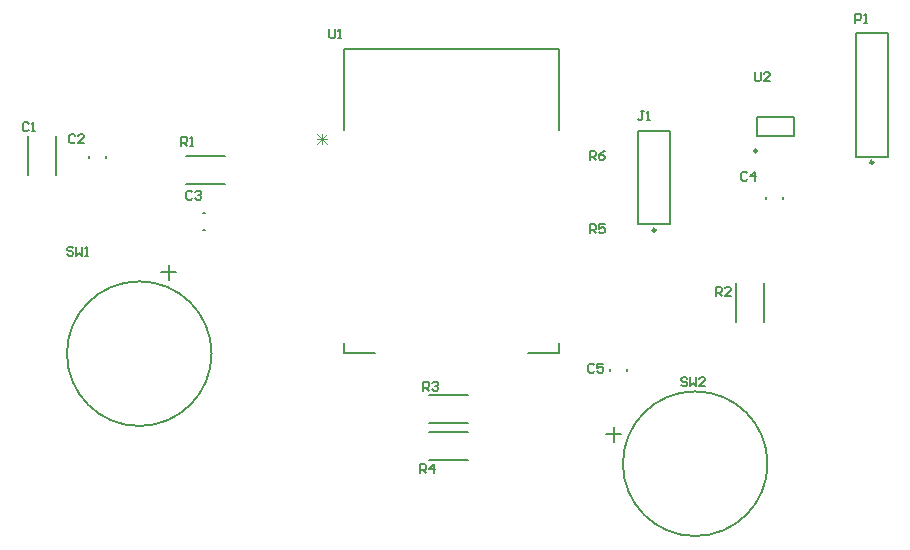
<source format=gto>
G04*
G04 #@! TF.GenerationSoftware,Altium Limited,Altium Designer,24.9.1 (31)*
G04*
G04 Layer_Color=65535*
%FSLAX44Y44*%
%MOMM*%
G71*
G04*
G04 #@! TF.SameCoordinates,0B797857-0A8E-427F-998E-046D245C4392*
G04*
G04*
G04 #@! TF.FilePolarity,Positive*
G04*
G01*
G75*
%ADD10C,0.2500*%
%ADD11C,0.1524*%
%ADD12C,0.2000*%
%ADD13C,0.0762*%
%ADD14C,0.1778*%
D10*
X736580Y325470D02*
G03*
X736580Y325470I-1250J0D01*
G01*
X552430Y267920D02*
G03*
X552430Y267920I-1250J0D01*
G01*
X638300Y335100D02*
G03*
X638300Y335100I-1250J0D01*
G01*
D11*
X647084Y70250D02*
G03*
X647084Y70250I-61214J0D01*
G01*
X176384Y163430D02*
G03*
X176384Y163430I-61214J0D01*
G01*
X510686Y95250D02*
X523386D01*
X517036Y88900D02*
Y101600D01*
X288147Y421348D02*
X470773D01*
X288147Y352942D02*
Y421348D01*
Y163792D02*
X314538D01*
X470773D02*
Y172298D01*
X288147Y163792D02*
Y172298D01*
X444382Y163792D02*
X470773D01*
Y352942D02*
Y421348D01*
X140170Y225914D02*
Y238614D01*
X133820Y232264D02*
X146520D01*
D12*
X645530Y294250D02*
Y295750D01*
X660030Y294250D02*
Y295750D01*
X721880Y434570D02*
X748780D01*
X721880Y329970D02*
Y434570D01*
Y329970D02*
X748780D01*
Y434570D01*
X537480Y272820D02*
Y352020D01*
X564880D01*
Y272820D02*
Y352020D01*
X537480Y272820D02*
X564880D01*
X513450Y148750D02*
Y150250D01*
X527950Y148750D02*
Y150250D01*
X154919Y306989D02*
X187981D01*
X154919Y330551D02*
X187981D01*
X87260Y329450D02*
Y330950D01*
X72760Y329450D02*
Y330950D01*
X169430Y282840D02*
X170930D01*
X169430Y268340D02*
X170930D01*
X669550Y347600D02*
Y363600D01*
X638550Y347600D02*
Y363600D01*
X669550D01*
X638550Y347600D02*
X669550D01*
X644241Y190075D02*
Y223137D01*
X620679Y190075D02*
Y223137D01*
X360659Y105059D02*
X393721D01*
X360659Y128621D02*
X393721D01*
X360659Y96871D02*
X393721D01*
X360659Y73309D02*
X393721D01*
X21239Y314571D02*
Y347633D01*
X44801Y314571D02*
Y347633D01*
D13*
X265430Y349670D02*
X273894Y341206D01*
X265430D02*
X273894Y349670D01*
X265430Y345438D02*
X273894D01*
X269662Y341206D02*
Y349670D01*
D14*
X636270Y401825D02*
Y395478D01*
X637540Y394208D01*
X640079D01*
X641348Y395478D01*
Y401825D01*
X648966Y394208D02*
X643887D01*
X648966Y399286D01*
Y400556D01*
X647696Y401825D01*
X645157D01*
X643887Y400556D01*
X275844Y437893D02*
Y431546D01*
X277114Y430276D01*
X279653D01*
X280922Y431546D01*
Y437893D01*
X283461Y430276D02*
X286001D01*
X284731D01*
Y437893D01*
X283461Y436624D01*
X579122Y142239D02*
X577852Y143509D01*
X575313D01*
X574043Y142239D01*
Y140970D01*
X575313Y139700D01*
X577852D01*
X579122Y138430D01*
Y137161D01*
X577852Y135891D01*
X575313D01*
X574043Y137161D01*
X581661Y143509D02*
Y135891D01*
X584200Y138430D01*
X586739Y135891D01*
Y143509D01*
X594357Y135891D02*
X589278D01*
X594357Y140970D01*
Y142239D01*
X593087Y143509D01*
X590548D01*
X589278Y142239D01*
X59434Y252474D02*
X58165Y253743D01*
X55626D01*
X54356Y252474D01*
Y251204D01*
X55626Y249935D01*
X58165D01*
X59434Y248665D01*
Y247396D01*
X58165Y246126D01*
X55626D01*
X54356Y247396D01*
X61974Y253743D02*
Y246126D01*
X64513Y248665D01*
X67052Y246126D01*
Y253743D01*
X69591Y246126D02*
X72130D01*
X70861D01*
Y253743D01*
X69591Y252474D01*
X496572Y327661D02*
Y335279D01*
X500381D01*
X501650Y334009D01*
Y331470D01*
X500381Y330200D01*
X496572D01*
X499111D02*
X501650Y327661D01*
X509268Y335279D02*
X506729Y334009D01*
X504190Y331470D01*
Y328931D01*
X505459Y327661D01*
X507998D01*
X509268Y328931D01*
Y330200D01*
X507998Y331470D01*
X504190D01*
X496572Y265431D02*
Y273049D01*
X500381D01*
X501650Y271779D01*
Y269240D01*
X500381Y267970D01*
X496572D01*
X499111D02*
X501650Y265431D01*
X509268Y273049D02*
X504190D01*
Y269240D01*
X506729Y270510D01*
X507998D01*
X509268Y269240D01*
Y266701D01*
X507998Y265431D01*
X505459D01*
X504190Y266701D01*
X353062Y62231D02*
Y69849D01*
X356871D01*
X358140Y68579D01*
Y66040D01*
X356871Y64770D01*
X353062D01*
X355601D02*
X358140Y62231D01*
X364488D02*
Y69849D01*
X360680Y66040D01*
X365758D01*
X355602Y132081D02*
Y139699D01*
X359411D01*
X360680Y138429D01*
Y135890D01*
X359411Y134620D01*
X355602D01*
X358141D02*
X360680Y132081D01*
X363220Y138429D02*
X364489Y139699D01*
X367028D01*
X368298Y138429D01*
Y137160D01*
X367028Y135890D01*
X365759D01*
X367028D01*
X368298Y134620D01*
Y133351D01*
X367028Y132081D01*
X364489D01*
X363220Y133351D01*
X603252Y212554D02*
Y220172D01*
X607061D01*
X608330Y218902D01*
Y216363D01*
X607061Y215093D01*
X603252D01*
X605791D02*
X608330Y212554D01*
X615948D02*
X610870D01*
X615948Y217633D01*
Y218902D01*
X614678Y220172D01*
X612139D01*
X610870Y218902D01*
X150622Y339344D02*
Y346962D01*
X154431D01*
X155700Y345692D01*
Y343153D01*
X154431Y341883D01*
X150622D01*
X153161D02*
X155700Y339344D01*
X158239D02*
X160779D01*
X159509D01*
Y346962D01*
X158239Y345692D01*
X721360Y443738D02*
Y451356D01*
X725169D01*
X726438Y450086D01*
Y447547D01*
X725169Y446277D01*
X721360D01*
X728978Y443738D02*
X731517D01*
X730247D01*
Y451356D01*
X728978Y450086D01*
X542288Y368551D02*
X539749D01*
X541019D01*
Y362204D01*
X539749Y360934D01*
X538480D01*
X537210Y362204D01*
X544827Y360934D02*
X547367D01*
X546097D01*
Y368551D01*
X544827Y367282D01*
X500380Y153669D02*
X499111Y154939D01*
X496572D01*
X495302Y153669D01*
Y148591D01*
X496572Y147321D01*
X499111D01*
X500380Y148591D01*
X507998Y154939D02*
X502920D01*
Y151130D01*
X505459Y152400D01*
X506728D01*
X507998Y151130D01*
Y148591D01*
X506728Y147321D01*
X504189D01*
X502920Y148591D01*
X629920Y316229D02*
X628651Y317499D01*
X626112D01*
X624842Y316229D01*
Y311151D01*
X626112Y309881D01*
X628651D01*
X629920Y311151D01*
X636268Y309881D02*
Y317499D01*
X632460Y313690D01*
X637538D01*
X160018Y300226D02*
X158749Y301495D01*
X156210D01*
X154940Y300226D01*
Y295148D01*
X156210Y293878D01*
X158749D01*
X160018Y295148D01*
X162558Y300226D02*
X163827Y301495D01*
X166366D01*
X167636Y300226D01*
Y298956D01*
X166366Y297687D01*
X165097D01*
X166366D01*
X167636Y296417D01*
Y295148D01*
X166366Y293878D01*
X163827D01*
X162558Y295148D01*
X60960Y347979D02*
X59691Y349249D01*
X57152D01*
X55882Y347979D01*
Y342901D01*
X57152Y341631D01*
X59691D01*
X60960Y342901D01*
X68578Y341631D02*
X63500D01*
X68578Y346710D01*
Y347979D01*
X67308Y349249D01*
X64769D01*
X63500Y347979D01*
X21590Y358139D02*
X20320Y359409D01*
X17781D01*
X16512Y358139D01*
Y353061D01*
X17781Y351791D01*
X20320D01*
X21590Y353061D01*
X24129Y351791D02*
X26668D01*
X25399D01*
Y359409D01*
X24129Y358139D01*
M02*

</source>
